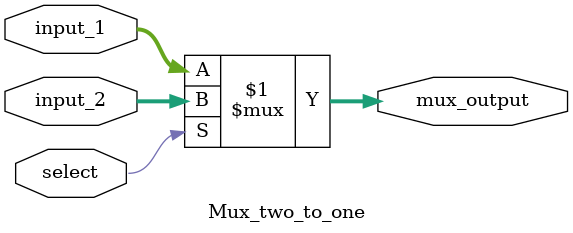
<source format=v>
module Mux_two_to_one(input_1, input_2, select, mux_output);

	input [31:0] input_1, input_2;
	input select;
	output [31:0] mux_output;

	assign mux_output = (select) ? input_2 : input_1;
	// if select was 1 then input_2 goes on output
	// if select was 0 then input_1 goes on output

endmodule
</source>
